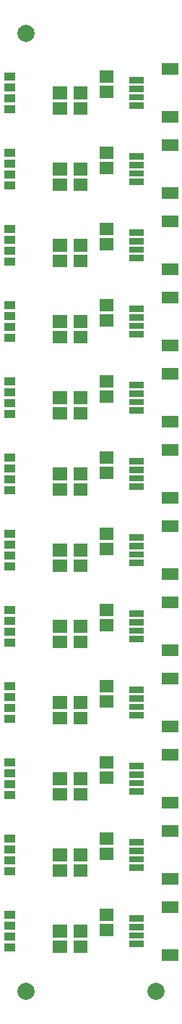
<source format=gbr>
G04 start of page 7 for group -4063 idx -4063 *
G04 Title: (unknown), componentmask *
G04 Creator: pcb 4.0.2 *
G04 CreationDate: Mon Jan 22 00:33:22 2024 UTC *
G04 For: railfan *
G04 Format: Gerber/RS-274X *
G04 PCB-Dimensions (mil): 3000.00 5500.00 *
G04 PCB-Coordinate-Origin: lower left *
%MOIN*%
%FSLAX25Y25*%
%LNTOPMASK*%
%ADD33C,0.0001*%
%ADD32C,0.0787*%
G54D32*X70000Y495000D03*
G54D33*G36*
X82248Y463316D02*Y457598D01*
X88752D01*
Y463316D01*
X82248D01*
G37*
G36*
Y470402D02*Y464684D01*
X88752D01*
Y470402D01*
X82248D01*
G37*
G36*
X91748Y463316D02*Y457598D01*
X98252D01*
Y463316D01*
X91748D01*
G37*
G36*
Y470402D02*Y464684D01*
X98252D01*
Y470402D01*
X91748D01*
G37*
G36*
X103748Y477902D02*Y472184D01*
X110252D01*
Y477902D01*
X103748D01*
G37*
G36*
Y470816D02*Y465098D01*
X110252D01*
Y470816D01*
X103748D01*
G37*
G36*
X117649Y463075D02*Y460113D01*
X124351D01*
Y463075D01*
X117649D01*
G37*
G36*
Y467012D02*Y464050D01*
X124351D01*
Y467012D01*
X117649D01*
G37*
G36*
Y470950D02*Y467988D01*
X124351D01*
Y470950D01*
X117649D01*
G37*
G36*
Y474887D02*Y471925D01*
X124351D01*
Y474887D01*
X117649D01*
G37*
G36*
X132413Y459138D02*Y453814D01*
X140099D01*
Y459138D01*
X132413D01*
G37*
G36*
Y481186D02*Y475862D01*
X140099D01*
Y481186D01*
X132413D01*
G37*
G36*
X91748Y78316D02*Y72598D01*
X98252D01*
Y78316D01*
X91748D01*
G37*
G36*
Y85402D02*Y79684D01*
X98252D01*
Y85402D01*
X91748D01*
G37*
G36*
X103748Y92902D02*Y87184D01*
X110252D01*
Y92902D01*
X103748D01*
G37*
G36*
Y85816D02*Y80098D01*
X110252D01*
Y85816D01*
X103748D01*
G37*
G36*
X117649Y78075D02*Y75113D01*
X124351D01*
Y78075D01*
X117649D01*
G37*
G36*
Y82012D02*Y79050D01*
X124351D01*
Y82012D01*
X117649D01*
G37*
G36*
Y85950D02*Y82988D01*
X124351D01*
Y85950D01*
X117649D01*
G37*
G36*
Y89887D02*Y86925D01*
X124351D01*
Y89887D01*
X117649D01*
G37*
G36*
X132413Y74138D02*Y68814D01*
X140099D01*
Y74138D01*
X132413D01*
G37*
G36*
Y96186D02*Y90862D01*
X140099D01*
Y96186D01*
X132413D01*
G37*
G54D32*X130000Y55000D03*
G54D33*G36*
X59902Y86718D02*Y83282D01*
X65054D01*
Y86718D01*
X59902D01*
G37*
G36*
Y91718D02*Y88282D01*
X65054D01*
Y91718D01*
X59902D01*
G37*
G36*
Y76718D02*Y73282D01*
X65054D01*
Y76718D01*
X59902D01*
G37*
G36*
Y81718D02*Y78282D01*
X65054D01*
Y81718D01*
X59902D01*
G37*
G36*
X82248Y78316D02*Y72598D01*
X88752D01*
Y78316D01*
X82248D01*
G37*
G36*
Y85402D02*Y79684D01*
X88752D01*
Y85402D01*
X82248D01*
G37*
G54D32*X70000Y55000D03*
G54D33*G36*
X59902Y111718D02*Y108282D01*
X65054D01*
Y111718D01*
X59902D01*
G37*
G36*
Y116718D02*Y113282D01*
X65054D01*
Y116718D01*
X59902D01*
G37*
G36*
Y121718D02*Y118282D01*
X65054D01*
Y121718D01*
X59902D01*
G37*
G36*
Y126718D02*Y123282D01*
X65054D01*
Y126718D01*
X59902D01*
G37*
G36*
X82248Y113316D02*Y107598D01*
X88752D01*
Y113316D01*
X82248D01*
G37*
G36*
Y120402D02*Y114684D01*
X88752D01*
Y120402D01*
X82248D01*
G37*
G36*
X91748Y113316D02*Y107598D01*
X98252D01*
Y113316D01*
X91748D01*
G37*
G36*
Y120402D02*Y114684D01*
X98252D01*
Y120402D01*
X91748D01*
G37*
G36*
X103748Y127902D02*Y122184D01*
X110252D01*
Y127902D01*
X103748D01*
G37*
G36*
Y120816D02*Y115098D01*
X110252D01*
Y120816D01*
X103748D01*
G37*
G36*
X117649Y113075D02*Y110113D01*
X124351D01*
Y113075D01*
X117649D01*
G37*
G36*
Y117012D02*Y114050D01*
X124351D01*
Y117012D01*
X117649D01*
G37*
G36*
Y120950D02*Y117988D01*
X124351D01*
Y120950D01*
X117649D01*
G37*
G36*
Y124887D02*Y121925D01*
X124351D01*
Y124887D01*
X117649D01*
G37*
G36*
X132413Y109138D02*Y103814D01*
X140099D01*
Y109138D01*
X132413D01*
G37*
G36*
Y131186D02*Y125862D01*
X140099D01*
Y131186D01*
X132413D01*
G37*
G36*
X117649Y148075D02*Y145113D01*
X124351D01*
Y148075D01*
X117649D01*
G37*
G36*
X132413Y144138D02*Y138814D01*
X140099D01*
Y144138D01*
X132413D01*
G37*
G36*
X117649Y152012D02*Y149050D01*
X124351D01*
Y152012D01*
X117649D01*
G37*
G36*
Y155950D02*Y152988D01*
X124351D01*
Y155950D01*
X117649D01*
G37*
G36*
Y159887D02*Y156925D01*
X124351D01*
Y159887D01*
X117649D01*
G37*
G36*
X132413Y166186D02*Y160862D01*
X140099D01*
Y166186D01*
X132413D01*
G37*
G36*
X117649Y183075D02*Y180113D01*
X124351D01*
Y183075D01*
X117649D01*
G37*
G36*
X132413Y179138D02*Y173814D01*
X140099D01*
Y179138D01*
X132413D01*
G37*
G36*
X59902Y146718D02*Y143282D01*
X65054D01*
Y146718D01*
X59902D01*
G37*
G36*
Y151718D02*Y148282D01*
X65054D01*
Y151718D01*
X59902D01*
G37*
G36*
Y156718D02*Y153282D01*
X65054D01*
Y156718D01*
X59902D01*
G37*
G36*
Y161718D02*Y158282D01*
X65054D01*
Y161718D01*
X59902D01*
G37*
G36*
X82248Y148316D02*Y142598D01*
X88752D01*
Y148316D01*
X82248D01*
G37*
G36*
Y155402D02*Y149684D01*
X88752D01*
Y155402D01*
X82248D01*
G37*
G36*
X91748Y148316D02*Y142598D01*
X98252D01*
Y148316D01*
X91748D01*
G37*
G36*
Y155402D02*Y149684D01*
X98252D01*
Y155402D01*
X91748D01*
G37*
G36*
X103748Y162902D02*Y157184D01*
X110252D01*
Y162902D01*
X103748D01*
G37*
G36*
Y155816D02*Y150098D01*
X110252D01*
Y155816D01*
X103748D01*
G37*
G36*
X59902Y181718D02*Y178282D01*
X65054D01*
Y181718D01*
X59902D01*
G37*
G36*
X82248Y183316D02*Y177598D01*
X88752D01*
Y183316D01*
X82248D01*
G37*
G36*
X91748D02*Y177598D01*
X98252D01*
Y183316D01*
X91748D01*
G37*
G36*
X59902Y186718D02*Y183282D01*
X65054D01*
Y186718D01*
X59902D01*
G37*
G36*
X82248Y190402D02*Y184684D01*
X88752D01*
Y190402D01*
X82248D01*
G37*
G36*
X91748D02*Y184684D01*
X98252D01*
Y190402D01*
X91748D01*
G37*
G36*
X103748Y190816D02*Y185098D01*
X110252D01*
Y190816D01*
X103748D01*
G37*
G36*
X59902Y191718D02*Y188282D01*
X65054D01*
Y191718D01*
X59902D01*
G37*
G36*
Y196718D02*Y193282D01*
X65054D01*
Y196718D01*
X59902D01*
G37*
G36*
X103748Y197902D02*Y192184D01*
X110252D01*
Y197902D01*
X103748D01*
G37*
G36*
X117649Y187012D02*Y184050D01*
X124351D01*
Y187012D01*
X117649D01*
G37*
G36*
Y218075D02*Y215113D01*
X124351D01*
Y218075D01*
X117649D01*
G37*
G36*
Y190950D02*Y187988D01*
X124351D01*
Y190950D01*
X117649D01*
G37*
G36*
Y194887D02*Y191925D01*
X124351D01*
Y194887D01*
X117649D01*
G37*
G36*
X132413Y201186D02*Y195862D01*
X140099D01*
Y201186D01*
X132413D01*
G37*
G36*
Y214138D02*Y208814D01*
X140099D01*
Y214138D01*
X132413D01*
G37*
G36*
Y236186D02*Y230862D01*
X140099D01*
Y236186D01*
X132413D01*
G37*
G36*
X117649Y222012D02*Y219050D01*
X124351D01*
Y222012D01*
X117649D01*
G37*
G36*
Y225950D02*Y222988D01*
X124351D01*
Y225950D01*
X117649D01*
G37*
G36*
Y229887D02*Y226925D01*
X124351D01*
Y229887D01*
X117649D01*
G37*
G36*
Y253075D02*Y250113D01*
X124351D01*
Y253075D01*
X117649D01*
G37*
G36*
Y257012D02*Y254050D01*
X124351D01*
Y257012D01*
X117649D01*
G37*
G36*
Y260950D02*Y257988D01*
X124351D01*
Y260950D01*
X117649D01*
G37*
G36*
Y264887D02*Y261925D01*
X124351D01*
Y264887D01*
X117649D01*
G37*
G36*
X132413Y249138D02*Y243814D01*
X140099D01*
Y249138D01*
X132413D01*
G37*
G36*
Y271186D02*Y265862D01*
X140099D01*
Y271186D01*
X132413D01*
G37*
G36*
Y284138D02*Y278814D01*
X140099D01*
Y284138D01*
X132413D01*
G37*
G36*
X59902Y216718D02*Y213282D01*
X65054D01*
Y216718D01*
X59902D01*
G37*
G36*
X82248Y218316D02*Y212598D01*
X88752D01*
Y218316D01*
X82248D01*
G37*
G36*
X91748D02*Y212598D01*
X98252D01*
Y218316D01*
X91748D01*
G37*
G36*
X59902Y221718D02*Y218282D01*
X65054D01*
Y221718D01*
X59902D01*
G37*
G36*
X82248Y225402D02*Y219684D01*
X88752D01*
Y225402D01*
X82248D01*
G37*
G36*
X91748D02*Y219684D01*
X98252D01*
Y225402D01*
X91748D01*
G37*
G36*
X103748Y225816D02*Y220098D01*
X110252D01*
Y225816D01*
X103748D01*
G37*
G36*
Y232902D02*Y227184D01*
X110252D01*
Y232902D01*
X103748D01*
G37*
G36*
X82248Y253316D02*Y247598D01*
X88752D01*
Y253316D01*
X82248D01*
G37*
G36*
X91748D02*Y247598D01*
X98252D01*
Y253316D01*
X91748D01*
G37*
G36*
Y260402D02*Y254684D01*
X98252D01*
Y260402D01*
X91748D01*
G37*
G36*
X103748Y267902D02*Y262184D01*
X110252D01*
Y267902D01*
X103748D01*
G37*
G36*
Y260816D02*Y255098D01*
X110252D01*
Y260816D01*
X103748D01*
G37*
G36*
X59902Y226718D02*Y223282D01*
X65054D01*
Y226718D01*
X59902D01*
G37*
G36*
Y231718D02*Y228282D01*
X65054D01*
Y231718D01*
X59902D01*
G37*
G36*
Y261718D02*Y258282D01*
X65054D01*
Y261718D01*
X59902D01*
G37*
G36*
X82248Y260402D02*Y254684D01*
X88752D01*
Y260402D01*
X82248D01*
G37*
G36*
X59902Y266718D02*Y263282D01*
X65054D01*
Y266718D01*
X59902D01*
G37*
G36*
Y251718D02*Y248282D01*
X65054D01*
Y251718D01*
X59902D01*
G37*
G36*
Y256718D02*Y253282D01*
X65054D01*
Y256718D01*
X59902D01*
G37*
G36*
Y286718D02*Y283282D01*
X65054D01*
Y286718D01*
X59902D01*
G37*
G36*
Y291718D02*Y288282D01*
X65054D01*
Y291718D01*
X59902D01*
G37*
G36*
Y296718D02*Y293282D01*
X65054D01*
Y296718D01*
X59902D01*
G37*
G36*
Y301718D02*Y298282D01*
X65054D01*
Y301718D01*
X59902D01*
G37*
G36*
Y321718D02*Y318282D01*
X65054D01*
Y321718D01*
X59902D01*
G37*
G36*
Y326718D02*Y323282D01*
X65054D01*
Y326718D01*
X59902D01*
G37*
G36*
Y331718D02*Y328282D01*
X65054D01*
Y331718D01*
X59902D01*
G37*
G36*
Y336718D02*Y333282D01*
X65054D01*
Y336718D01*
X59902D01*
G37*
G36*
Y426718D02*Y423282D01*
X65054D01*
Y426718D01*
X59902D01*
G37*
G36*
Y431718D02*Y428282D01*
X65054D01*
Y431718D01*
X59902D01*
G37*
G36*
Y436718D02*Y433282D01*
X65054D01*
Y436718D01*
X59902D01*
G37*
G36*
Y441718D02*Y438282D01*
X65054D01*
Y441718D01*
X59902D01*
G37*
G36*
Y461718D02*Y458282D01*
X65054D01*
Y461718D01*
X59902D01*
G37*
G36*
Y466718D02*Y463282D01*
X65054D01*
Y466718D01*
X59902D01*
G37*
G36*
Y471718D02*Y468282D01*
X65054D01*
Y471718D01*
X59902D01*
G37*
G36*
Y476718D02*Y473282D01*
X65054D01*
Y476718D01*
X59902D01*
G37*
G36*
X82248Y288316D02*Y282598D01*
X88752D01*
Y288316D01*
X82248D01*
G37*
G36*
Y295402D02*Y289684D01*
X88752D01*
Y295402D01*
X82248D01*
G37*
G36*
X91748Y288316D02*Y282598D01*
X98252D01*
Y288316D01*
X91748D01*
G37*
G36*
Y295402D02*Y289684D01*
X98252D01*
Y295402D01*
X91748D01*
G37*
G36*
X103748Y302902D02*Y297184D01*
X110252D01*
Y302902D01*
X103748D01*
G37*
G36*
Y295816D02*Y290098D01*
X110252D01*
Y295816D01*
X103748D01*
G37*
G36*
X117649Y288075D02*Y285113D01*
X124351D01*
Y288075D01*
X117649D01*
G37*
G36*
Y292012D02*Y289050D01*
X124351D01*
Y292012D01*
X117649D01*
G37*
G36*
Y295950D02*Y292988D01*
X124351D01*
Y295950D01*
X117649D01*
G37*
G36*
Y299887D02*Y296925D01*
X124351D01*
Y299887D01*
X117649D01*
G37*
G36*
X132413Y306186D02*Y300862D01*
X140099D01*
Y306186D01*
X132413D01*
G37*
G36*
Y319138D02*Y313814D01*
X140099D01*
Y319138D01*
X132413D01*
G37*
G36*
Y341186D02*Y335862D01*
X140099D01*
Y341186D01*
X132413D01*
G37*
G36*
Y354138D02*Y348814D01*
X140099D01*
Y354138D01*
X132413D01*
G37*
G36*
X82248Y323316D02*Y317598D01*
X88752D01*
Y323316D01*
X82248D01*
G37*
G36*
X91748D02*Y317598D01*
X98252D01*
Y323316D01*
X91748D01*
G37*
G36*
X117649Y323075D02*Y320113D01*
X124351D01*
Y323075D01*
X117649D01*
G37*
G36*
Y327012D02*Y324050D01*
X124351D01*
Y327012D01*
X117649D01*
G37*
G36*
Y330950D02*Y327988D01*
X124351D01*
Y330950D01*
X117649D01*
G37*
G36*
Y334887D02*Y331925D01*
X124351D01*
Y334887D01*
X117649D01*
G37*
G36*
X82248Y330402D02*Y324684D01*
X88752D01*
Y330402D01*
X82248D01*
G37*
G36*
X91748D02*Y324684D01*
X98252D01*
Y330402D01*
X91748D01*
G37*
G36*
X103748Y337902D02*Y332184D01*
X110252D01*
Y337902D01*
X103748D01*
G37*
G36*
Y330816D02*Y325098D01*
X110252D01*
Y330816D01*
X103748D01*
G37*
G36*
X59902Y356718D02*Y353282D01*
X65054D01*
Y356718D01*
X59902D01*
G37*
G36*
Y361718D02*Y358282D01*
X65054D01*
Y361718D01*
X59902D01*
G37*
G36*
Y366718D02*Y363282D01*
X65054D01*
Y366718D01*
X59902D01*
G37*
G36*
Y371718D02*Y368282D01*
X65054D01*
Y371718D01*
X59902D01*
G37*
G36*
Y391718D02*Y388282D01*
X65054D01*
Y391718D01*
X59902D01*
G37*
G36*
Y396718D02*Y393282D01*
X65054D01*
Y396718D01*
X59902D01*
G37*
G36*
Y401718D02*Y398282D01*
X65054D01*
Y401718D01*
X59902D01*
G37*
G36*
Y406718D02*Y403282D01*
X65054D01*
Y406718D01*
X59902D01*
G37*
G36*
X82248Y358316D02*Y352598D01*
X88752D01*
Y358316D01*
X82248D01*
G37*
G36*
Y365402D02*Y359684D01*
X88752D01*
Y365402D01*
X82248D01*
G37*
G36*
X91748Y358316D02*Y352598D01*
X98252D01*
Y358316D01*
X91748D01*
G37*
G36*
Y365402D02*Y359684D01*
X98252D01*
Y365402D01*
X91748D01*
G37*
G36*
X103748Y365816D02*Y360098D01*
X110252D01*
Y365816D01*
X103748D01*
G37*
G36*
Y372902D02*Y367184D01*
X110252D01*
Y372902D01*
X103748D01*
G37*
G36*
X132413Y376186D02*Y370862D01*
X140099D01*
Y376186D01*
X132413D01*
G37*
G36*
X117649Y358075D02*Y355113D01*
X124351D01*
Y358075D01*
X117649D01*
G37*
G36*
Y362012D02*Y359050D01*
X124351D01*
Y362012D01*
X117649D01*
G37*
G36*
Y365950D02*Y362988D01*
X124351D01*
Y365950D01*
X117649D01*
G37*
G36*
Y369887D02*Y366925D01*
X124351D01*
Y369887D01*
X117649D01*
G37*
G36*
Y393075D02*Y390113D01*
X124351D01*
Y393075D01*
X117649D01*
G37*
G36*
Y397012D02*Y394050D01*
X124351D01*
Y397012D01*
X117649D01*
G37*
G36*
Y400950D02*Y397988D01*
X124351D01*
Y400950D01*
X117649D01*
G37*
G36*
X132413Y389138D02*Y383814D01*
X140099D01*
Y389138D01*
X132413D01*
G37*
G36*
X117649Y404887D02*Y401925D01*
X124351D01*
Y404887D01*
X117649D01*
G37*
G36*
X132413Y411186D02*Y405862D01*
X140099D01*
Y411186D01*
X132413D01*
G37*
G36*
X117649Y428075D02*Y425113D01*
X124351D01*
Y428075D01*
X117649D01*
G37*
G36*
X132413Y424138D02*Y418814D01*
X140099D01*
Y424138D01*
X132413D01*
G37*
G36*
X117649Y432012D02*Y429050D01*
X124351D01*
Y432012D01*
X117649D01*
G37*
G36*
Y435950D02*Y432988D01*
X124351D01*
Y435950D01*
X117649D01*
G37*
G36*
Y439887D02*Y436925D01*
X124351D01*
Y439887D01*
X117649D01*
G37*
G36*
X132413Y446186D02*Y440862D01*
X140099D01*
Y446186D01*
X132413D01*
G37*
G36*
X82248Y393316D02*Y387598D01*
X88752D01*
Y393316D01*
X82248D01*
G37*
G36*
Y400402D02*Y394684D01*
X88752D01*
Y400402D01*
X82248D01*
G37*
G36*
X91748Y393316D02*Y387598D01*
X98252D01*
Y393316D01*
X91748D01*
G37*
G36*
Y400402D02*Y394684D01*
X98252D01*
Y400402D01*
X91748D01*
G37*
G36*
X103748Y407902D02*Y402184D01*
X110252D01*
Y407902D01*
X103748D01*
G37*
G36*
Y400816D02*Y395098D01*
X110252D01*
Y400816D01*
X103748D01*
G37*
G36*
X82248Y428316D02*Y422598D01*
X88752D01*
Y428316D01*
X82248D01*
G37*
G36*
Y435402D02*Y429684D01*
X88752D01*
Y435402D01*
X82248D01*
G37*
G36*
X91748Y428316D02*Y422598D01*
X98252D01*
Y428316D01*
X91748D01*
G37*
G36*
Y435402D02*Y429684D01*
X98252D01*
Y435402D01*
X91748D01*
G37*
G36*
X103748Y442902D02*Y437184D01*
X110252D01*
Y442902D01*
X103748D01*
G37*
G36*
Y435816D02*Y430098D01*
X110252D01*
Y435816D01*
X103748D01*
G37*
M02*

</source>
